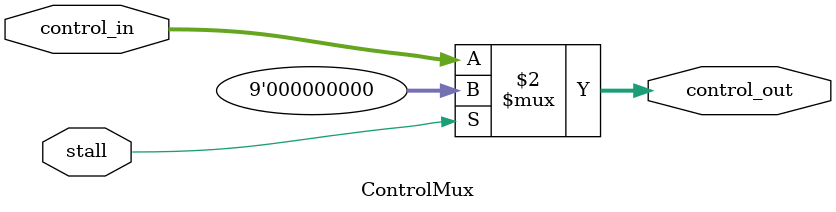
<source format=v>
module ControlMux (
    input wire stall,
    input wire [8:0] control_in,  // سیگنال‌های کنترلی از کنترلر
    output wire [8:0] control_out 
);

    assign control_out = (stall) ? {8{1'b0}} : control_in;

endmodule

</source>
